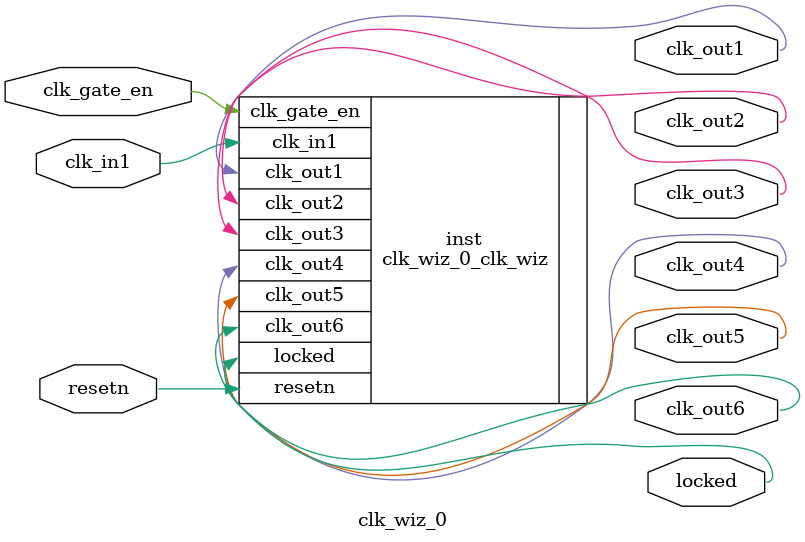
<source format=v>
module clk_wiz_0 
(
  // Clock out ports
  output        clk_out1,
  output        clk_out2,
  output        clk_out3,
  output        clk_out4,
  output        clk_out5,
  output        clk_out6,
  // Status and control signals
  input         resetn,
  output        locked,
  // Clock gating control signal
  input         clk_gate_en,
  // Clock in ports
  input         clk_in1
);

  clk_wiz_0_clk_wiz inst
  (
    // Clock out ports  
    .clk_out1(clk_out1),
    .clk_out2(clk_out2),
    .clk_out3(clk_out3),
    .clk_out4(clk_out4),
    .clk_out5(clk_out5),
    .clk_out6(clk_out6),
    // Status and control signals               
    .resetn(resetn), 
    .locked(locked),
    // Clock gating control signal
    .clk_gate_en(clk_gate_en),
    // Clock in ports
    .clk_in1(clk_in1)
  );

endmodule

</source>
